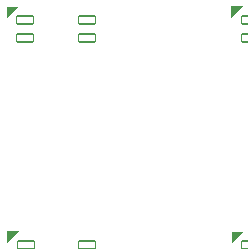
<source format=gbo>
%TF.GenerationSoftware,KiCad,Pcbnew,9.0.7*%
%TF.CreationDate,2026-01-25T00:35:13+11:00*%
%TF.ProjectId,HackPad!,4861636b-5061-4642-912e-6b696361645f,rev?*%
%TF.SameCoordinates,Original*%
%TF.FileFunction,Legend,Bot*%
%TF.FilePolarity,Positive*%
%FSLAX46Y46*%
G04 Gerber Fmt 4.6, Leading zero omitted, Abs format (unit mm)*
G04 Created by KiCad (PCBNEW 9.0.7) date 2026-01-25 00:35:13*
%MOMM*%
%LPD*%
G01*
G04 APERTURE LIST*
G04 Aperture macros list*
%AMRoundRect*
0 Rectangle with rounded corners*
0 $1 Rounding radius*
0 $2 $3 $4 $5 $6 $7 $8 $9 X,Y pos of 4 corners*
0 Add a 4 corners polygon primitive as box body*
4,1,4,$2,$3,$4,$5,$6,$7,$8,$9,$2,$3,0*
0 Add four circle primitives for the rounded corners*
1,1,$1+$1,$2,$3*
1,1,$1+$1,$4,$5*
1,1,$1+$1,$6,$7*
1,1,$1+$1,$8,$9*
0 Add four rect primitives between the rounded corners*
20,1,$1+$1,$2,$3,$4,$5,0*
20,1,$1+$1,$4,$5,$6,$7,0*
20,1,$1+$1,$6,$7,$8,$9,0*
20,1,$1+$1,$8,$9,$2,$3,0*%
G04 Aperture macros list end*
%ADD10C,0.100000*%
%ADD11RoundRect,0.082000X0.718000X-0.328000X0.718000X0.328000X-0.718000X0.328000X-0.718000X-0.328000X0*%
%ADD12R,2.000000X2.000000*%
%ADD13C,2.000000*%
%ADD14R,3.200000X2.000000*%
%ADD15C,1.700000*%
%ADD16C,4.000000*%
%ADD17C,2.200000*%
%ADD18C,1.524000*%
G04 APERTURE END LIST*
D10*
%TO.C,D2*%
X95812500Y-75502500D02*
X95812500Y-74602500D01*
X96712500Y-74602500D01*
X95812500Y-75502500D01*
G36*
X95812500Y-75502500D02*
G01*
X95812500Y-74602500D01*
X96712500Y-74602500D01*
X95812500Y-75502500D01*
G37*
%TO.C,D3*%
X114862500Y-94567500D02*
X114862500Y-93667500D01*
X115762500Y-93667500D01*
X114862500Y-94567500D01*
G36*
X114862500Y-94567500D02*
G01*
X114862500Y-93667500D01*
X115762500Y-93667500D01*
X114862500Y-94567500D01*
G37*
%TO.C,D1*%
X114812500Y-75477500D02*
X114812500Y-74577500D01*
X115712500Y-74577500D01*
X114812500Y-75477500D01*
G36*
X114812500Y-75477500D02*
G01*
X114812500Y-74577500D01*
X115712500Y-74577500D01*
X114812500Y-75477500D01*
G37*
%TO.C,D4*%
X95850000Y-94505000D02*
X95850000Y-93605000D01*
X96750000Y-93605000D01*
X95850000Y-94505000D01*
G36*
X95850000Y-94505000D02*
G01*
X95850000Y-93605000D01*
X96750000Y-93605000D01*
X95850000Y-94505000D01*
G37*
%TD*%
%LPC*%
D11*
%TO.C,D2*%
X102612500Y-77252500D03*
X102612500Y-75752500D03*
X97412500Y-75752500D03*
X97412500Y-77252500D03*
%TD*%
D12*
%TO.C,SW5*%
X132350000Y-90300000D03*
D13*
X132350000Y-95300000D03*
X132350000Y-92800000D03*
D14*
X139850000Y-87200000D03*
X139850000Y-98400000D03*
D13*
X146850000Y-95300000D03*
X146850000Y-90300000D03*
%TD*%
D15*
%TO.C,SW3*%
X113982500Y-71437500D03*
D16*
X119062500Y-71437500D03*
D15*
X124142500Y-71437500D03*
D17*
X121602500Y-66357500D03*
X115252500Y-68897500D03*
%TD*%
D18*
%TO.C,U1*%
X132100000Y-62100000D03*
X132100000Y-64640000D03*
X132100000Y-67180000D03*
X132100000Y-69720000D03*
X132100000Y-72260000D03*
X132100000Y-74800000D03*
X132100000Y-77340000D03*
X147340000Y-77340000D03*
X147340000Y-74800000D03*
X147340000Y-72260000D03*
X147340000Y-69720000D03*
X147340000Y-67180000D03*
X147340000Y-64640000D03*
X147340000Y-62100000D03*
%TD*%
D15*
%TO.C,SW4*%
X113982500Y-90487500D03*
D16*
X119062500Y-90487500D03*
D15*
X124142500Y-90487500D03*
D17*
X121602500Y-85407500D03*
X115252500Y-87947500D03*
%TD*%
D11*
%TO.C,D3*%
X121662500Y-96317500D03*
X121662500Y-94817500D03*
X116462500Y-94817500D03*
X116462500Y-96317500D03*
%TD*%
D15*
%TO.C,SW1*%
X94932500Y-71437500D03*
D16*
X100012500Y-71437500D03*
D15*
X105092500Y-71437500D03*
D17*
X102552500Y-66357500D03*
X96202500Y-68897500D03*
%TD*%
D11*
%TO.C,D1*%
X121612500Y-77227500D03*
X121612500Y-75727500D03*
X116412500Y-75727500D03*
X116412500Y-77227500D03*
%TD*%
D15*
%TO.C,SW2*%
X94932500Y-90487500D03*
D16*
X100012500Y-90487500D03*
D15*
X105092500Y-90487500D03*
D17*
X102552500Y-85407500D03*
X96202500Y-87947500D03*
%TD*%
D11*
%TO.C,D4*%
X102650000Y-96255000D03*
X102650000Y-94755000D03*
X97450000Y-94755000D03*
X97450000Y-96255000D03*
%TD*%
%LPD*%
M02*

</source>
